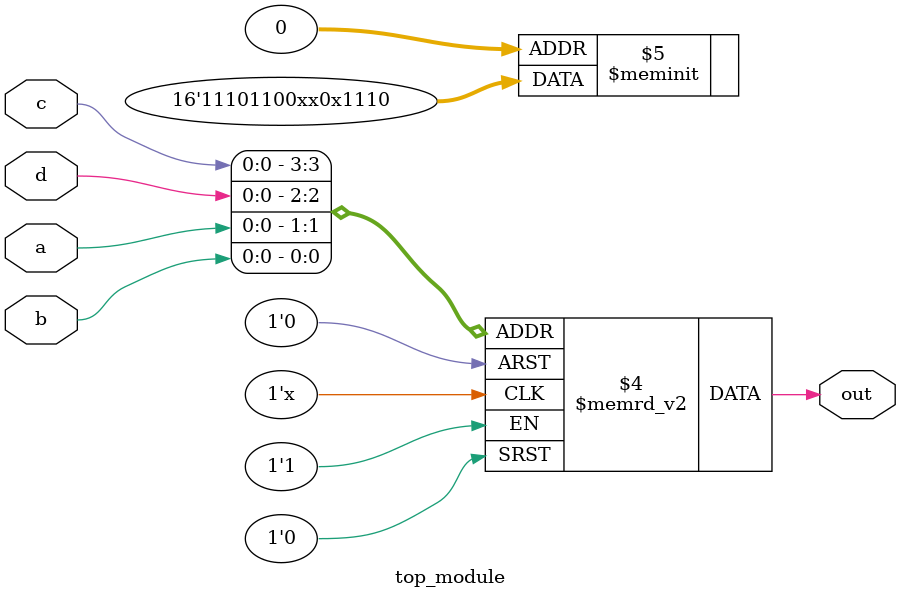
<source format=sv>
module top_module (
    input a,
    input b,
    input c,
    input d,
    output reg out
);

always @(*) begin
    case ({c, d, a, b})
        4'b0000: out = 1'b0;
        4'b0001: out = 1'b1;
        4'b0010: out = 1'b1;
        4'b0011: out = 1'b1;
        4'b0100: out = 1'bx;
        4'b0101: out = 1'b0;
        4'b0110: out = 1'bx;
        4'b0111: out = 1'bx;
        4'b1000: out = 1'b0;
        4'b1001: out = 1'b0;
        4'b1010: out = 1'b1;
        4'b1011: out = 1'b1;
        4'b1100: out = 1'b0;
        4'b1101: out = 1'b1;
        4'b1110: out = 1'b1;
        4'b1111: out = 1'b1;
    endcase
end

endmodule

</source>
